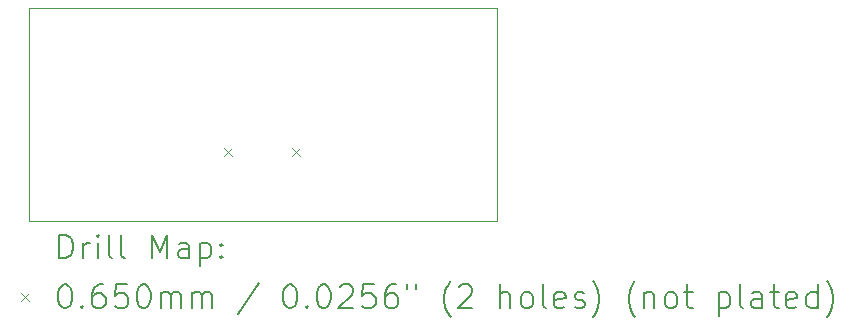
<source format=gbr>
%TF.GenerationSoftware,KiCad,Pcbnew,9.0.0*%
%TF.CreationDate,2025-03-15T13:46:52+01:00*%
%TF.ProjectId,snowbackpack,736e6f77-6261-4636-9b70-61636b2e6b69,rev?*%
%TF.SameCoordinates,Original*%
%TF.FileFunction,Drillmap*%
%TF.FilePolarity,Positive*%
%FSLAX45Y45*%
G04 Gerber Fmt 4.5, Leading zero omitted, Abs format (unit mm)*
G04 Created by KiCad (PCBNEW 9.0.0) date 2025-03-15 13:46:52*
%MOMM*%
%LPD*%
G01*
G04 APERTURE LIST*
%ADD10C,0.100000*%
%ADD11C,0.200000*%
G04 APERTURE END LIST*
D10*
X7410000Y-8200000D02*
X11370000Y-8200000D01*
X11370000Y-10000000D01*
X7410000Y-10000000D01*
X7410000Y-8200000D01*
D11*
D10*
X9058499Y-9381954D02*
X9123498Y-9446953D01*
X9123498Y-9381954D02*
X9058499Y-9446953D01*
X9636503Y-9381954D02*
X9701501Y-9446953D01*
X9701501Y-9381954D02*
X9636503Y-9446953D01*
D11*
X7665777Y-10316484D02*
X7665777Y-10116484D01*
X7665777Y-10116484D02*
X7713396Y-10116484D01*
X7713396Y-10116484D02*
X7741967Y-10126008D01*
X7741967Y-10126008D02*
X7761015Y-10145055D01*
X7761015Y-10145055D02*
X7770539Y-10164103D01*
X7770539Y-10164103D02*
X7780062Y-10202198D01*
X7780062Y-10202198D02*
X7780062Y-10230770D01*
X7780062Y-10230770D02*
X7770539Y-10268865D01*
X7770539Y-10268865D02*
X7761015Y-10287912D01*
X7761015Y-10287912D02*
X7741967Y-10306960D01*
X7741967Y-10306960D02*
X7713396Y-10316484D01*
X7713396Y-10316484D02*
X7665777Y-10316484D01*
X7865777Y-10316484D02*
X7865777Y-10183150D01*
X7865777Y-10221246D02*
X7875301Y-10202198D01*
X7875301Y-10202198D02*
X7884824Y-10192674D01*
X7884824Y-10192674D02*
X7903872Y-10183150D01*
X7903872Y-10183150D02*
X7922920Y-10183150D01*
X7989586Y-10316484D02*
X7989586Y-10183150D01*
X7989586Y-10116484D02*
X7980062Y-10126008D01*
X7980062Y-10126008D02*
X7989586Y-10135531D01*
X7989586Y-10135531D02*
X7999110Y-10126008D01*
X7999110Y-10126008D02*
X7989586Y-10116484D01*
X7989586Y-10116484D02*
X7989586Y-10135531D01*
X8113396Y-10316484D02*
X8094348Y-10306960D01*
X8094348Y-10306960D02*
X8084824Y-10287912D01*
X8084824Y-10287912D02*
X8084824Y-10116484D01*
X8218158Y-10316484D02*
X8199110Y-10306960D01*
X8199110Y-10306960D02*
X8189586Y-10287912D01*
X8189586Y-10287912D02*
X8189586Y-10116484D01*
X8446729Y-10316484D02*
X8446729Y-10116484D01*
X8446729Y-10116484D02*
X8513396Y-10259341D01*
X8513396Y-10259341D02*
X8580063Y-10116484D01*
X8580063Y-10116484D02*
X8580063Y-10316484D01*
X8761015Y-10316484D02*
X8761015Y-10211722D01*
X8761015Y-10211722D02*
X8751491Y-10192674D01*
X8751491Y-10192674D02*
X8732444Y-10183150D01*
X8732444Y-10183150D02*
X8694348Y-10183150D01*
X8694348Y-10183150D02*
X8675301Y-10192674D01*
X8761015Y-10306960D02*
X8741967Y-10316484D01*
X8741967Y-10316484D02*
X8694348Y-10316484D01*
X8694348Y-10316484D02*
X8675301Y-10306960D01*
X8675301Y-10306960D02*
X8665777Y-10287912D01*
X8665777Y-10287912D02*
X8665777Y-10268865D01*
X8665777Y-10268865D02*
X8675301Y-10249817D01*
X8675301Y-10249817D02*
X8694348Y-10240293D01*
X8694348Y-10240293D02*
X8741967Y-10240293D01*
X8741967Y-10240293D02*
X8761015Y-10230770D01*
X8856253Y-10183150D02*
X8856253Y-10383150D01*
X8856253Y-10192674D02*
X8875301Y-10183150D01*
X8875301Y-10183150D02*
X8913396Y-10183150D01*
X8913396Y-10183150D02*
X8932444Y-10192674D01*
X8932444Y-10192674D02*
X8941967Y-10202198D01*
X8941967Y-10202198D02*
X8951491Y-10221246D01*
X8951491Y-10221246D02*
X8951491Y-10278389D01*
X8951491Y-10278389D02*
X8941967Y-10297436D01*
X8941967Y-10297436D02*
X8932444Y-10306960D01*
X8932444Y-10306960D02*
X8913396Y-10316484D01*
X8913396Y-10316484D02*
X8875301Y-10316484D01*
X8875301Y-10316484D02*
X8856253Y-10306960D01*
X9037205Y-10297436D02*
X9046729Y-10306960D01*
X9046729Y-10306960D02*
X9037205Y-10316484D01*
X9037205Y-10316484D02*
X9027682Y-10306960D01*
X9027682Y-10306960D02*
X9037205Y-10297436D01*
X9037205Y-10297436D02*
X9037205Y-10316484D01*
X9037205Y-10192674D02*
X9046729Y-10202198D01*
X9046729Y-10202198D02*
X9037205Y-10211722D01*
X9037205Y-10211722D02*
X9027682Y-10202198D01*
X9027682Y-10202198D02*
X9037205Y-10192674D01*
X9037205Y-10192674D02*
X9037205Y-10211722D01*
D10*
X7340001Y-10612501D02*
X7405000Y-10677499D01*
X7405000Y-10612501D02*
X7340001Y-10677499D01*
D11*
X7703872Y-10536484D02*
X7722920Y-10536484D01*
X7722920Y-10536484D02*
X7741967Y-10546008D01*
X7741967Y-10546008D02*
X7751491Y-10555531D01*
X7751491Y-10555531D02*
X7761015Y-10574579D01*
X7761015Y-10574579D02*
X7770539Y-10612674D01*
X7770539Y-10612674D02*
X7770539Y-10660293D01*
X7770539Y-10660293D02*
X7761015Y-10698389D01*
X7761015Y-10698389D02*
X7751491Y-10717436D01*
X7751491Y-10717436D02*
X7741967Y-10726960D01*
X7741967Y-10726960D02*
X7722920Y-10736484D01*
X7722920Y-10736484D02*
X7703872Y-10736484D01*
X7703872Y-10736484D02*
X7684824Y-10726960D01*
X7684824Y-10726960D02*
X7675301Y-10717436D01*
X7675301Y-10717436D02*
X7665777Y-10698389D01*
X7665777Y-10698389D02*
X7656253Y-10660293D01*
X7656253Y-10660293D02*
X7656253Y-10612674D01*
X7656253Y-10612674D02*
X7665777Y-10574579D01*
X7665777Y-10574579D02*
X7675301Y-10555531D01*
X7675301Y-10555531D02*
X7684824Y-10546008D01*
X7684824Y-10546008D02*
X7703872Y-10536484D01*
X7856253Y-10717436D02*
X7865777Y-10726960D01*
X7865777Y-10726960D02*
X7856253Y-10736484D01*
X7856253Y-10736484D02*
X7846729Y-10726960D01*
X7846729Y-10726960D02*
X7856253Y-10717436D01*
X7856253Y-10717436D02*
X7856253Y-10736484D01*
X8037205Y-10536484D02*
X7999110Y-10536484D01*
X7999110Y-10536484D02*
X7980062Y-10546008D01*
X7980062Y-10546008D02*
X7970539Y-10555531D01*
X7970539Y-10555531D02*
X7951491Y-10584103D01*
X7951491Y-10584103D02*
X7941967Y-10622198D01*
X7941967Y-10622198D02*
X7941967Y-10698389D01*
X7941967Y-10698389D02*
X7951491Y-10717436D01*
X7951491Y-10717436D02*
X7961015Y-10726960D01*
X7961015Y-10726960D02*
X7980062Y-10736484D01*
X7980062Y-10736484D02*
X8018158Y-10736484D01*
X8018158Y-10736484D02*
X8037205Y-10726960D01*
X8037205Y-10726960D02*
X8046729Y-10717436D01*
X8046729Y-10717436D02*
X8056253Y-10698389D01*
X8056253Y-10698389D02*
X8056253Y-10650770D01*
X8056253Y-10650770D02*
X8046729Y-10631722D01*
X8046729Y-10631722D02*
X8037205Y-10622198D01*
X8037205Y-10622198D02*
X8018158Y-10612674D01*
X8018158Y-10612674D02*
X7980062Y-10612674D01*
X7980062Y-10612674D02*
X7961015Y-10622198D01*
X7961015Y-10622198D02*
X7951491Y-10631722D01*
X7951491Y-10631722D02*
X7941967Y-10650770D01*
X8237205Y-10536484D02*
X8141967Y-10536484D01*
X8141967Y-10536484D02*
X8132443Y-10631722D01*
X8132443Y-10631722D02*
X8141967Y-10622198D01*
X8141967Y-10622198D02*
X8161015Y-10612674D01*
X8161015Y-10612674D02*
X8208634Y-10612674D01*
X8208634Y-10612674D02*
X8227682Y-10622198D01*
X8227682Y-10622198D02*
X8237205Y-10631722D01*
X8237205Y-10631722D02*
X8246729Y-10650770D01*
X8246729Y-10650770D02*
X8246729Y-10698389D01*
X8246729Y-10698389D02*
X8237205Y-10717436D01*
X8237205Y-10717436D02*
X8227682Y-10726960D01*
X8227682Y-10726960D02*
X8208634Y-10736484D01*
X8208634Y-10736484D02*
X8161015Y-10736484D01*
X8161015Y-10736484D02*
X8141967Y-10726960D01*
X8141967Y-10726960D02*
X8132443Y-10717436D01*
X8370539Y-10536484D02*
X8389586Y-10536484D01*
X8389586Y-10536484D02*
X8408634Y-10546008D01*
X8408634Y-10546008D02*
X8418158Y-10555531D01*
X8418158Y-10555531D02*
X8427682Y-10574579D01*
X8427682Y-10574579D02*
X8437205Y-10612674D01*
X8437205Y-10612674D02*
X8437205Y-10660293D01*
X8437205Y-10660293D02*
X8427682Y-10698389D01*
X8427682Y-10698389D02*
X8418158Y-10717436D01*
X8418158Y-10717436D02*
X8408634Y-10726960D01*
X8408634Y-10726960D02*
X8389586Y-10736484D01*
X8389586Y-10736484D02*
X8370539Y-10736484D01*
X8370539Y-10736484D02*
X8351491Y-10726960D01*
X8351491Y-10726960D02*
X8341967Y-10717436D01*
X8341967Y-10717436D02*
X8332443Y-10698389D01*
X8332443Y-10698389D02*
X8322920Y-10660293D01*
X8322920Y-10660293D02*
X8322920Y-10612674D01*
X8322920Y-10612674D02*
X8332443Y-10574579D01*
X8332443Y-10574579D02*
X8341967Y-10555531D01*
X8341967Y-10555531D02*
X8351491Y-10546008D01*
X8351491Y-10546008D02*
X8370539Y-10536484D01*
X8522920Y-10736484D02*
X8522920Y-10603150D01*
X8522920Y-10622198D02*
X8532444Y-10612674D01*
X8532444Y-10612674D02*
X8551491Y-10603150D01*
X8551491Y-10603150D02*
X8580063Y-10603150D01*
X8580063Y-10603150D02*
X8599110Y-10612674D01*
X8599110Y-10612674D02*
X8608634Y-10631722D01*
X8608634Y-10631722D02*
X8608634Y-10736484D01*
X8608634Y-10631722D02*
X8618158Y-10612674D01*
X8618158Y-10612674D02*
X8637205Y-10603150D01*
X8637205Y-10603150D02*
X8665777Y-10603150D01*
X8665777Y-10603150D02*
X8684825Y-10612674D01*
X8684825Y-10612674D02*
X8694348Y-10631722D01*
X8694348Y-10631722D02*
X8694348Y-10736484D01*
X8789586Y-10736484D02*
X8789586Y-10603150D01*
X8789586Y-10622198D02*
X8799110Y-10612674D01*
X8799110Y-10612674D02*
X8818158Y-10603150D01*
X8818158Y-10603150D02*
X8846729Y-10603150D01*
X8846729Y-10603150D02*
X8865777Y-10612674D01*
X8865777Y-10612674D02*
X8875301Y-10631722D01*
X8875301Y-10631722D02*
X8875301Y-10736484D01*
X8875301Y-10631722D02*
X8884825Y-10612674D01*
X8884825Y-10612674D02*
X8903872Y-10603150D01*
X8903872Y-10603150D02*
X8932444Y-10603150D01*
X8932444Y-10603150D02*
X8951491Y-10612674D01*
X8951491Y-10612674D02*
X8961015Y-10631722D01*
X8961015Y-10631722D02*
X8961015Y-10736484D01*
X9351491Y-10526960D02*
X9180063Y-10784103D01*
X9608634Y-10536484D02*
X9627682Y-10536484D01*
X9627682Y-10536484D02*
X9646729Y-10546008D01*
X9646729Y-10546008D02*
X9656253Y-10555531D01*
X9656253Y-10555531D02*
X9665777Y-10574579D01*
X9665777Y-10574579D02*
X9675301Y-10612674D01*
X9675301Y-10612674D02*
X9675301Y-10660293D01*
X9675301Y-10660293D02*
X9665777Y-10698389D01*
X9665777Y-10698389D02*
X9656253Y-10717436D01*
X9656253Y-10717436D02*
X9646729Y-10726960D01*
X9646729Y-10726960D02*
X9627682Y-10736484D01*
X9627682Y-10736484D02*
X9608634Y-10736484D01*
X9608634Y-10736484D02*
X9589587Y-10726960D01*
X9589587Y-10726960D02*
X9580063Y-10717436D01*
X9580063Y-10717436D02*
X9570539Y-10698389D01*
X9570539Y-10698389D02*
X9561015Y-10660293D01*
X9561015Y-10660293D02*
X9561015Y-10612674D01*
X9561015Y-10612674D02*
X9570539Y-10574579D01*
X9570539Y-10574579D02*
X9580063Y-10555531D01*
X9580063Y-10555531D02*
X9589587Y-10546008D01*
X9589587Y-10546008D02*
X9608634Y-10536484D01*
X9761015Y-10717436D02*
X9770539Y-10726960D01*
X9770539Y-10726960D02*
X9761015Y-10736484D01*
X9761015Y-10736484D02*
X9751491Y-10726960D01*
X9751491Y-10726960D02*
X9761015Y-10717436D01*
X9761015Y-10717436D02*
X9761015Y-10736484D01*
X9894348Y-10536484D02*
X9913396Y-10536484D01*
X9913396Y-10536484D02*
X9932444Y-10546008D01*
X9932444Y-10546008D02*
X9941968Y-10555531D01*
X9941968Y-10555531D02*
X9951491Y-10574579D01*
X9951491Y-10574579D02*
X9961015Y-10612674D01*
X9961015Y-10612674D02*
X9961015Y-10660293D01*
X9961015Y-10660293D02*
X9951491Y-10698389D01*
X9951491Y-10698389D02*
X9941968Y-10717436D01*
X9941968Y-10717436D02*
X9932444Y-10726960D01*
X9932444Y-10726960D02*
X9913396Y-10736484D01*
X9913396Y-10736484D02*
X9894348Y-10736484D01*
X9894348Y-10736484D02*
X9875301Y-10726960D01*
X9875301Y-10726960D02*
X9865777Y-10717436D01*
X9865777Y-10717436D02*
X9856253Y-10698389D01*
X9856253Y-10698389D02*
X9846729Y-10660293D01*
X9846729Y-10660293D02*
X9846729Y-10612674D01*
X9846729Y-10612674D02*
X9856253Y-10574579D01*
X9856253Y-10574579D02*
X9865777Y-10555531D01*
X9865777Y-10555531D02*
X9875301Y-10546008D01*
X9875301Y-10546008D02*
X9894348Y-10536484D01*
X10037206Y-10555531D02*
X10046729Y-10546008D01*
X10046729Y-10546008D02*
X10065777Y-10536484D01*
X10065777Y-10536484D02*
X10113396Y-10536484D01*
X10113396Y-10536484D02*
X10132444Y-10546008D01*
X10132444Y-10546008D02*
X10141968Y-10555531D01*
X10141968Y-10555531D02*
X10151491Y-10574579D01*
X10151491Y-10574579D02*
X10151491Y-10593627D01*
X10151491Y-10593627D02*
X10141968Y-10622198D01*
X10141968Y-10622198D02*
X10027682Y-10736484D01*
X10027682Y-10736484D02*
X10151491Y-10736484D01*
X10332444Y-10536484D02*
X10237206Y-10536484D01*
X10237206Y-10536484D02*
X10227682Y-10631722D01*
X10227682Y-10631722D02*
X10237206Y-10622198D01*
X10237206Y-10622198D02*
X10256253Y-10612674D01*
X10256253Y-10612674D02*
X10303872Y-10612674D01*
X10303872Y-10612674D02*
X10322920Y-10622198D01*
X10322920Y-10622198D02*
X10332444Y-10631722D01*
X10332444Y-10631722D02*
X10341968Y-10650770D01*
X10341968Y-10650770D02*
X10341968Y-10698389D01*
X10341968Y-10698389D02*
X10332444Y-10717436D01*
X10332444Y-10717436D02*
X10322920Y-10726960D01*
X10322920Y-10726960D02*
X10303872Y-10736484D01*
X10303872Y-10736484D02*
X10256253Y-10736484D01*
X10256253Y-10736484D02*
X10237206Y-10726960D01*
X10237206Y-10726960D02*
X10227682Y-10717436D01*
X10513396Y-10536484D02*
X10475301Y-10536484D01*
X10475301Y-10536484D02*
X10456253Y-10546008D01*
X10456253Y-10546008D02*
X10446729Y-10555531D01*
X10446729Y-10555531D02*
X10427682Y-10584103D01*
X10427682Y-10584103D02*
X10418158Y-10622198D01*
X10418158Y-10622198D02*
X10418158Y-10698389D01*
X10418158Y-10698389D02*
X10427682Y-10717436D01*
X10427682Y-10717436D02*
X10437206Y-10726960D01*
X10437206Y-10726960D02*
X10456253Y-10736484D01*
X10456253Y-10736484D02*
X10494349Y-10736484D01*
X10494349Y-10736484D02*
X10513396Y-10726960D01*
X10513396Y-10726960D02*
X10522920Y-10717436D01*
X10522920Y-10717436D02*
X10532444Y-10698389D01*
X10532444Y-10698389D02*
X10532444Y-10650770D01*
X10532444Y-10650770D02*
X10522920Y-10631722D01*
X10522920Y-10631722D02*
X10513396Y-10622198D01*
X10513396Y-10622198D02*
X10494349Y-10612674D01*
X10494349Y-10612674D02*
X10456253Y-10612674D01*
X10456253Y-10612674D02*
X10437206Y-10622198D01*
X10437206Y-10622198D02*
X10427682Y-10631722D01*
X10427682Y-10631722D02*
X10418158Y-10650770D01*
X10608634Y-10536484D02*
X10608634Y-10574579D01*
X10684825Y-10536484D02*
X10684825Y-10574579D01*
X10980063Y-10812674D02*
X10970539Y-10803150D01*
X10970539Y-10803150D02*
X10951491Y-10774579D01*
X10951491Y-10774579D02*
X10941968Y-10755531D01*
X10941968Y-10755531D02*
X10932444Y-10726960D01*
X10932444Y-10726960D02*
X10922920Y-10679341D01*
X10922920Y-10679341D02*
X10922920Y-10641246D01*
X10922920Y-10641246D02*
X10932444Y-10593627D01*
X10932444Y-10593627D02*
X10941968Y-10565055D01*
X10941968Y-10565055D02*
X10951491Y-10546008D01*
X10951491Y-10546008D02*
X10970539Y-10517436D01*
X10970539Y-10517436D02*
X10980063Y-10507912D01*
X11046730Y-10555531D02*
X11056253Y-10546008D01*
X11056253Y-10546008D02*
X11075301Y-10536484D01*
X11075301Y-10536484D02*
X11122920Y-10536484D01*
X11122920Y-10536484D02*
X11141968Y-10546008D01*
X11141968Y-10546008D02*
X11151491Y-10555531D01*
X11151491Y-10555531D02*
X11161015Y-10574579D01*
X11161015Y-10574579D02*
X11161015Y-10593627D01*
X11161015Y-10593627D02*
X11151491Y-10622198D01*
X11151491Y-10622198D02*
X11037206Y-10736484D01*
X11037206Y-10736484D02*
X11161015Y-10736484D01*
X11399110Y-10736484D02*
X11399110Y-10536484D01*
X11484825Y-10736484D02*
X11484825Y-10631722D01*
X11484825Y-10631722D02*
X11475301Y-10612674D01*
X11475301Y-10612674D02*
X11456253Y-10603150D01*
X11456253Y-10603150D02*
X11427682Y-10603150D01*
X11427682Y-10603150D02*
X11408634Y-10612674D01*
X11408634Y-10612674D02*
X11399110Y-10622198D01*
X11608634Y-10736484D02*
X11589587Y-10726960D01*
X11589587Y-10726960D02*
X11580063Y-10717436D01*
X11580063Y-10717436D02*
X11570539Y-10698389D01*
X11570539Y-10698389D02*
X11570539Y-10641246D01*
X11570539Y-10641246D02*
X11580063Y-10622198D01*
X11580063Y-10622198D02*
X11589587Y-10612674D01*
X11589587Y-10612674D02*
X11608634Y-10603150D01*
X11608634Y-10603150D02*
X11637206Y-10603150D01*
X11637206Y-10603150D02*
X11656253Y-10612674D01*
X11656253Y-10612674D02*
X11665777Y-10622198D01*
X11665777Y-10622198D02*
X11675301Y-10641246D01*
X11675301Y-10641246D02*
X11675301Y-10698389D01*
X11675301Y-10698389D02*
X11665777Y-10717436D01*
X11665777Y-10717436D02*
X11656253Y-10726960D01*
X11656253Y-10726960D02*
X11637206Y-10736484D01*
X11637206Y-10736484D02*
X11608634Y-10736484D01*
X11789587Y-10736484D02*
X11770539Y-10726960D01*
X11770539Y-10726960D02*
X11761015Y-10707912D01*
X11761015Y-10707912D02*
X11761015Y-10536484D01*
X11941968Y-10726960D02*
X11922920Y-10736484D01*
X11922920Y-10736484D02*
X11884825Y-10736484D01*
X11884825Y-10736484D02*
X11865777Y-10726960D01*
X11865777Y-10726960D02*
X11856253Y-10707912D01*
X11856253Y-10707912D02*
X11856253Y-10631722D01*
X11856253Y-10631722D02*
X11865777Y-10612674D01*
X11865777Y-10612674D02*
X11884825Y-10603150D01*
X11884825Y-10603150D02*
X11922920Y-10603150D01*
X11922920Y-10603150D02*
X11941968Y-10612674D01*
X11941968Y-10612674D02*
X11951491Y-10631722D01*
X11951491Y-10631722D02*
X11951491Y-10650770D01*
X11951491Y-10650770D02*
X11856253Y-10669817D01*
X12027682Y-10726960D02*
X12046730Y-10736484D01*
X12046730Y-10736484D02*
X12084825Y-10736484D01*
X12084825Y-10736484D02*
X12103872Y-10726960D01*
X12103872Y-10726960D02*
X12113396Y-10707912D01*
X12113396Y-10707912D02*
X12113396Y-10698389D01*
X12113396Y-10698389D02*
X12103872Y-10679341D01*
X12103872Y-10679341D02*
X12084825Y-10669817D01*
X12084825Y-10669817D02*
X12056253Y-10669817D01*
X12056253Y-10669817D02*
X12037206Y-10660293D01*
X12037206Y-10660293D02*
X12027682Y-10641246D01*
X12027682Y-10641246D02*
X12027682Y-10631722D01*
X12027682Y-10631722D02*
X12037206Y-10612674D01*
X12037206Y-10612674D02*
X12056253Y-10603150D01*
X12056253Y-10603150D02*
X12084825Y-10603150D01*
X12084825Y-10603150D02*
X12103872Y-10612674D01*
X12180063Y-10812674D02*
X12189587Y-10803150D01*
X12189587Y-10803150D02*
X12208634Y-10774579D01*
X12208634Y-10774579D02*
X12218158Y-10755531D01*
X12218158Y-10755531D02*
X12227682Y-10726960D01*
X12227682Y-10726960D02*
X12237206Y-10679341D01*
X12237206Y-10679341D02*
X12237206Y-10641246D01*
X12237206Y-10641246D02*
X12227682Y-10593627D01*
X12227682Y-10593627D02*
X12218158Y-10565055D01*
X12218158Y-10565055D02*
X12208634Y-10546008D01*
X12208634Y-10546008D02*
X12189587Y-10517436D01*
X12189587Y-10517436D02*
X12180063Y-10507912D01*
X12541968Y-10812674D02*
X12532444Y-10803150D01*
X12532444Y-10803150D02*
X12513396Y-10774579D01*
X12513396Y-10774579D02*
X12503872Y-10755531D01*
X12503872Y-10755531D02*
X12494349Y-10726960D01*
X12494349Y-10726960D02*
X12484825Y-10679341D01*
X12484825Y-10679341D02*
X12484825Y-10641246D01*
X12484825Y-10641246D02*
X12494349Y-10593627D01*
X12494349Y-10593627D02*
X12503872Y-10565055D01*
X12503872Y-10565055D02*
X12513396Y-10546008D01*
X12513396Y-10546008D02*
X12532444Y-10517436D01*
X12532444Y-10517436D02*
X12541968Y-10507912D01*
X12618158Y-10603150D02*
X12618158Y-10736484D01*
X12618158Y-10622198D02*
X12627682Y-10612674D01*
X12627682Y-10612674D02*
X12646730Y-10603150D01*
X12646730Y-10603150D02*
X12675301Y-10603150D01*
X12675301Y-10603150D02*
X12694349Y-10612674D01*
X12694349Y-10612674D02*
X12703872Y-10631722D01*
X12703872Y-10631722D02*
X12703872Y-10736484D01*
X12827682Y-10736484D02*
X12808634Y-10726960D01*
X12808634Y-10726960D02*
X12799111Y-10717436D01*
X12799111Y-10717436D02*
X12789587Y-10698389D01*
X12789587Y-10698389D02*
X12789587Y-10641246D01*
X12789587Y-10641246D02*
X12799111Y-10622198D01*
X12799111Y-10622198D02*
X12808634Y-10612674D01*
X12808634Y-10612674D02*
X12827682Y-10603150D01*
X12827682Y-10603150D02*
X12856253Y-10603150D01*
X12856253Y-10603150D02*
X12875301Y-10612674D01*
X12875301Y-10612674D02*
X12884825Y-10622198D01*
X12884825Y-10622198D02*
X12894349Y-10641246D01*
X12894349Y-10641246D02*
X12894349Y-10698389D01*
X12894349Y-10698389D02*
X12884825Y-10717436D01*
X12884825Y-10717436D02*
X12875301Y-10726960D01*
X12875301Y-10726960D02*
X12856253Y-10736484D01*
X12856253Y-10736484D02*
X12827682Y-10736484D01*
X12951492Y-10603150D02*
X13027682Y-10603150D01*
X12980063Y-10536484D02*
X12980063Y-10707912D01*
X12980063Y-10707912D02*
X12989587Y-10726960D01*
X12989587Y-10726960D02*
X13008634Y-10736484D01*
X13008634Y-10736484D02*
X13027682Y-10736484D01*
X13246730Y-10603150D02*
X13246730Y-10803150D01*
X13246730Y-10612674D02*
X13265777Y-10603150D01*
X13265777Y-10603150D02*
X13303873Y-10603150D01*
X13303873Y-10603150D02*
X13322920Y-10612674D01*
X13322920Y-10612674D02*
X13332444Y-10622198D01*
X13332444Y-10622198D02*
X13341968Y-10641246D01*
X13341968Y-10641246D02*
X13341968Y-10698389D01*
X13341968Y-10698389D02*
X13332444Y-10717436D01*
X13332444Y-10717436D02*
X13322920Y-10726960D01*
X13322920Y-10726960D02*
X13303873Y-10736484D01*
X13303873Y-10736484D02*
X13265777Y-10736484D01*
X13265777Y-10736484D02*
X13246730Y-10726960D01*
X13456253Y-10736484D02*
X13437206Y-10726960D01*
X13437206Y-10726960D02*
X13427682Y-10707912D01*
X13427682Y-10707912D02*
X13427682Y-10536484D01*
X13618158Y-10736484D02*
X13618158Y-10631722D01*
X13618158Y-10631722D02*
X13608634Y-10612674D01*
X13608634Y-10612674D02*
X13589587Y-10603150D01*
X13589587Y-10603150D02*
X13551492Y-10603150D01*
X13551492Y-10603150D02*
X13532444Y-10612674D01*
X13618158Y-10726960D02*
X13599111Y-10736484D01*
X13599111Y-10736484D02*
X13551492Y-10736484D01*
X13551492Y-10736484D02*
X13532444Y-10726960D01*
X13532444Y-10726960D02*
X13522920Y-10707912D01*
X13522920Y-10707912D02*
X13522920Y-10688865D01*
X13522920Y-10688865D02*
X13532444Y-10669817D01*
X13532444Y-10669817D02*
X13551492Y-10660293D01*
X13551492Y-10660293D02*
X13599111Y-10660293D01*
X13599111Y-10660293D02*
X13618158Y-10650770D01*
X13684825Y-10603150D02*
X13761015Y-10603150D01*
X13713396Y-10536484D02*
X13713396Y-10707912D01*
X13713396Y-10707912D02*
X13722920Y-10726960D01*
X13722920Y-10726960D02*
X13741968Y-10736484D01*
X13741968Y-10736484D02*
X13761015Y-10736484D01*
X13903873Y-10726960D02*
X13884825Y-10736484D01*
X13884825Y-10736484D02*
X13846730Y-10736484D01*
X13846730Y-10736484D02*
X13827682Y-10726960D01*
X13827682Y-10726960D02*
X13818158Y-10707912D01*
X13818158Y-10707912D02*
X13818158Y-10631722D01*
X13818158Y-10631722D02*
X13827682Y-10612674D01*
X13827682Y-10612674D02*
X13846730Y-10603150D01*
X13846730Y-10603150D02*
X13884825Y-10603150D01*
X13884825Y-10603150D02*
X13903873Y-10612674D01*
X13903873Y-10612674D02*
X13913396Y-10631722D01*
X13913396Y-10631722D02*
X13913396Y-10650770D01*
X13913396Y-10650770D02*
X13818158Y-10669817D01*
X14084825Y-10736484D02*
X14084825Y-10536484D01*
X14084825Y-10726960D02*
X14065777Y-10736484D01*
X14065777Y-10736484D02*
X14027682Y-10736484D01*
X14027682Y-10736484D02*
X14008634Y-10726960D01*
X14008634Y-10726960D02*
X13999111Y-10717436D01*
X13999111Y-10717436D02*
X13989587Y-10698389D01*
X13989587Y-10698389D02*
X13989587Y-10641246D01*
X13989587Y-10641246D02*
X13999111Y-10622198D01*
X13999111Y-10622198D02*
X14008634Y-10612674D01*
X14008634Y-10612674D02*
X14027682Y-10603150D01*
X14027682Y-10603150D02*
X14065777Y-10603150D01*
X14065777Y-10603150D02*
X14084825Y-10612674D01*
X14161015Y-10812674D02*
X14170539Y-10803150D01*
X14170539Y-10803150D02*
X14189587Y-10774579D01*
X14189587Y-10774579D02*
X14199111Y-10755531D01*
X14199111Y-10755531D02*
X14208634Y-10726960D01*
X14208634Y-10726960D02*
X14218158Y-10679341D01*
X14218158Y-10679341D02*
X14218158Y-10641246D01*
X14218158Y-10641246D02*
X14208634Y-10593627D01*
X14208634Y-10593627D02*
X14199111Y-10565055D01*
X14199111Y-10565055D02*
X14189587Y-10546008D01*
X14189587Y-10546008D02*
X14170539Y-10517436D01*
X14170539Y-10517436D02*
X14161015Y-10507912D01*
M02*

</source>
